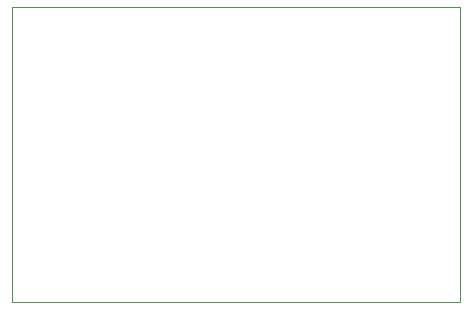
<source format=gbr>
%TF.GenerationSoftware,KiCad,Pcbnew,8.0.5*%
%TF.CreationDate,2024-12-19T14:28:51+03:00*%
%TF.ProjectId,555_Police_Light,3535355f-506f-46c6-9963-655f4c696768,v01*%
%TF.SameCoordinates,Original*%
%TF.FileFunction,Profile,NP*%
%FSLAX46Y46*%
G04 Gerber Fmt 4.6, Leading zero omitted, Abs format (unit mm)*
G04 Created by KiCad (PCBNEW 8.0.5) date 2024-12-19 14:28:51*
%MOMM*%
%LPD*%
G01*
G04 APERTURE LIST*
%TA.AperFunction,Profile*%
%ADD10C,0.050000*%
%TD*%
G04 APERTURE END LIST*
D10*
X109500000Y-64000000D02*
X147500000Y-64000000D01*
X147500000Y-89000000D01*
X109500000Y-89000000D01*
X109500000Y-64000000D01*
M02*

</source>
